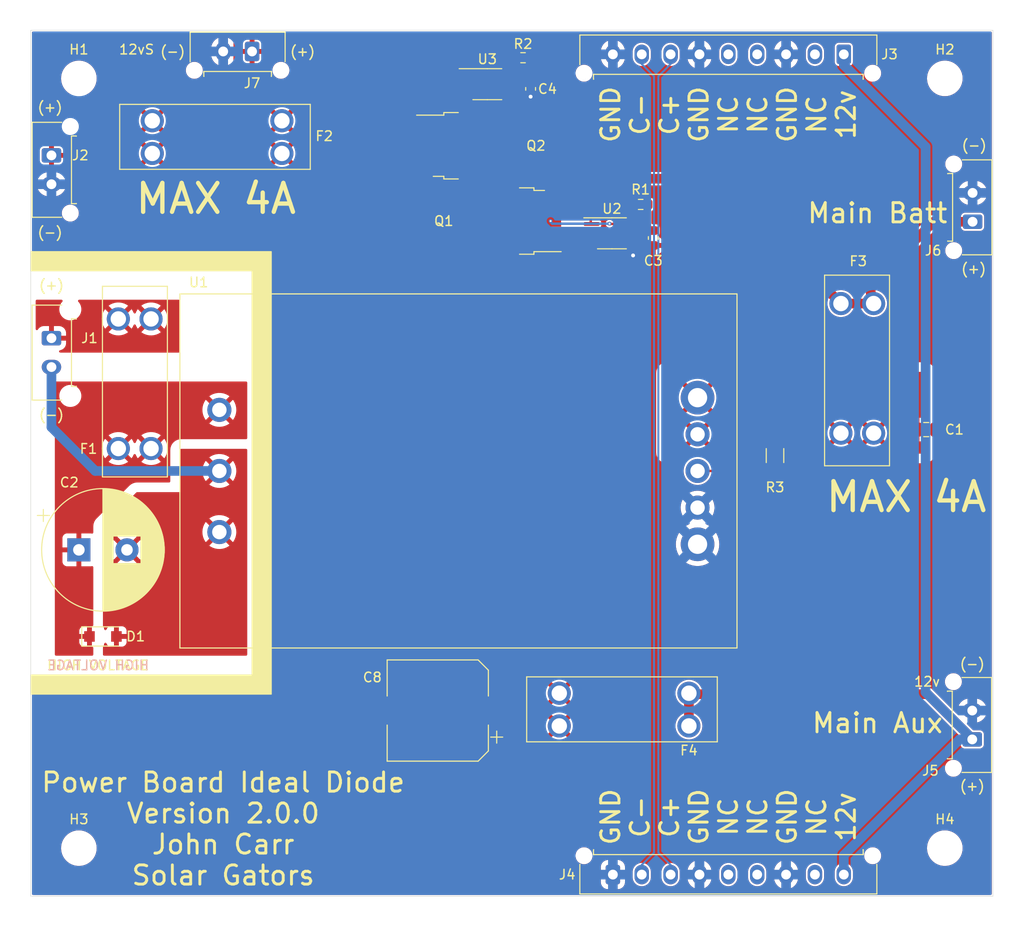
<source format=kicad_pcb>
(kicad_pcb (version 20211014) (generator pcbnew)
  (layers (0 "F.Cu" signal) (31 "B.Cu" signal) (34 "B.Paste" user) (35 "F.Paste" user) (36 "B.SilkS" user "B.Silkscreen") (37 "F.SilkS" user "F.Silkscreen") (38 "B.Mask" user) (39 "F.Mask" user) (44 "Edge.Cuts" user))
  (net 0 "")
  (net 1 "GND")
  (net 2 "/12vM")
  (net 3 "-BATT")
  (net 4 "Net-(C2-Pad1)")
  (net 5 "/12vS")
  (net 6 "+12V")
  (net 7 "+BATT")
  (net 8 "/SupBatt+")
  (net 9 "/CAN-")
  (net 10 "/CAN+")
  (net 11 "/Trm")
  (net 12 "Net-(Q1-Pad1)")
  (net 13 "Net-(Q2-Pad1)")
  (net 14 "/S+")
  (net 15 "Net-(C8-Pad1)")
  (net 16 "Net-(C3-Pad1)")
  (net 17 "Net-(C4-Pad1)")
  (footprint "Capacitor_SMD:C_0805_2012Metric" (layer "F.Cu") (at 153.0625 76.5)
    (fp_text reference "C1" (at 2.9375 0) (layer "F.SilkS"))
    (fp_text value "2.2uF")
    (pad "1" smd roundrect (at -0.95 0) (size 1 1.45) (layers "F.Cu" "F.Paste" "F.Mask") (net 14 "/S+"))
    (pad "2" smd roundrect (at 0.95 0) (size 1 1.45) (layers "F.Cu" "F.Paste" "F.Mask") (net 1 "GND"))
  )
  (footprint "Connector_Molex:Molex_Micro-Fit_3.0_43650-0915_1x09_P3.00mm_Vertical" (layer "F.Cu") (at 120.5 122.75)
    (fp_text reference "J4" (at -4.75 0) (layer "F.SilkS"))
    (fp_text value "Main Connection")
    (pad "" np_thru_hole circle (at 27 -1.96) (size 1.27 1.27) (drill 1.27) (layers *.Cu *.Mask))
    (pad "" np_thru_hole circle (at -3 -1.96) (size 1.27 1.27) (drill 1.27) (layers *.Cu *.Mask))
    (pad "1" thru_hole roundrect (at 0 0) (size 1.5 2.02) (drill 1.02) (layers *.Cu *.Mask) (roundrect_rratio 0.1666673333) (net 1 "GND"))
    (pad "2" thru_hole oval (at 3 0) (size 1.5 2.02) (drill 1.02) (layers *.Cu *.Mask) (net 9 "/CAN-"))
    (pad "3" thru_hole oval (at 6 0) (size 1.5 2.02) (drill 1.02) (layers *.Cu *.Mask) (net 10 "/CAN+"))
    (pad "4" thru_hole oval (at 9 0) (size 1.5 2.02) (drill 1.02) (layers *.Cu *.Mask) (net 1 "GND"))
    (pad "5" thru_hole oval (at 12 0) (size 1.5 2.02) (drill 1.02) (layers *.Cu *.Mask))
    (pad "6" thru_hole oval (at 15 0) (size 1.5 2.02) (drill 1.02) (layers *.Cu *.Mask))
    (pad "7" thru_hole oval (at 18 0) (size 1.5 2.02) (drill 1.02) (layers *.Cu *.Mask) (net 1 "GND"))
    (pad "8" thru_hole oval (at 21 0) (size 1.5 2.02) (drill 1.02) (layers *.Cu *.Mask))
    (pad "9" thru_hole oval (at 24 0) (size 1.5 2.02) (drill 1.02) (layers *.Cu *.Mask) (net 6 "+12V"))
  )
  (footprint "Connector_Molex:Molex_Micro-Fit_3.0_43650-0215_1x02_P3.00mm_Vertical" (layer "F.Cu") (at 157.85 108.7 90)
    (fp_text reference "J5" (at -3.25 -4.35 180) (layer "F.SilkS"))
    (fp_text value "12v")
    (pad "" np_thru_hole circle (at 6 -1.96 90) (size 1.27 1.27) (drill 1.27) (layers *.Cu *.Mask))
    (pad "" np_thru_hole circle (at -3 -1.96 90) (size 1.27 1.27) (drill 1.27) (layers *.Cu *.Mask))
    (pad "1" thru_hole roundrect (at 0 0 90) (size 1.5 2.02) (drill 1.02) (layers *.Cu *.Mask) (roundrect_rratio 0.1666673333) (net 6 "+12V"))
    (pad "2" thru_hole oval (at 3 0 90) (size 1.5 2.02) (drill 1.02) (layers *.Cu *.Mask) (net 1 "GND"))
  )
  (footprint "Connector_Molex:Molex_Micro-Fit_3.0_43650-0215_1x02_P3.00mm_Vertical" (layer "F.Cu") (at 157.885 54.9 90)
    (fp_text reference "J6" (at -3 -4.1 180) (layer "F.SilkS"))
    (fp_text value "12vM")
    (pad "" np_thru_hole circle (at -3 -1.96 90) (size 1.27 1.27) (drill 1.27) (layers *.Cu *.Mask))
    (pad "" np_thru_hole circle (at 6 -1.96 90) (size 1.27 1.27) (drill 1.27) (layers *.Cu *.Mask))
    (pad "1" thru_hole roundrect (at 0 0 90) (size 1.5 2.02) (drill 1.02) (layers *.Cu *.Mask) (roundrect_rratio 0.1666673333) (net 2 "/12vM"))
    (pad "2" thru_hole oval (at 3 0 90) (size 1.5 2.02) (drill 1.02) (layers *.Cu *.Mask) (net 1 "GND"))
  )
  (footprint "Connector_Molex:Molex_Micro-Fit_3.0_43650-0215_1x02_P3.00mm_Vertical" (layer "F.Cu") (at 83 37.2 180)
    (fp_text reference "J7" (at 0 -3.3) (layer "F.SilkS"))
    (fp_text value "12vS")
    (pad "" np_thru_hole circle (at 6 -1.96 180) (size 1.27 1.27) (drill 1.27) (layers *.Cu *.Mask))
    (pad "" np_thru_hole circle (at -3 -1.96 180) (size 1.27 1.27) (drill 1.27) (layers *.Cu *.Mask))
    (pad "1" thru_hole roundrect (at 0 0 180) (size 1.5 2.02) (drill 1.02) (layers *.Cu *.Mask) (roundrect_rratio 0.1666673333) (net 5 "/12vS"))
    (pad "2" thru_hole oval (at 3 0 180) (size 1.5 2.02) (drill 1.02) (layers *.Cu *.Mask) (net 1 "GND"))
  )
  (footprint "Package_TO_SOT_SMD:TO-252-3_TabPin4" (layer "F.Cu") (at 109.825 54.825 180)
    (fp_text reference "Q1" (at 6.9 0) (layer "F.SilkS"))
    (fp_text value "IRLR7843TRPBF")
    (pad "1" smd rect (at -4.2 -2.28 180) (size 2.2 1.2) (layers "F.Cu" "F.Paste" "F.Mask") (net 12 "Net-(Q1-Pad1)"))
    (pad "2" smd rect (at -4.2 0 180) (size 2.2 1.2) (layers "F.Cu" "F.Paste" "F.Mask") (net 15 "Net-(C8-Pad1)"))
    (pad "3" smd rect (at -4.2 2.28 180) (size 2.2 1.2) (layers "F.Cu" "F.Paste" "F.Mask") (net 2 "/12vM"))
    (pad "4" smd rect (at 2.1 0 180) (size 6.4 5.8) (layers "F.Cu" "F.Mask") (net 15 "Net-(C8-Pad1)"))
  )
  (footprint "Package_TO_SOT_SMD:TO-252-3_TabPin4" (layer "F.Cu") (at 105.4 47)
    (fp_text reference "Q2" (at 7.1 0) (layer "F.SilkS"))
    (fp_text value "IRLR7843TRPBF")
    (pad "1" smd rect (at -4.2 -2.28) (size 2.2 1.2) (layers "F.Cu" "F.Paste" "F.Mask") (net 13 "Net-(Q2-Pad1)"))
    (pad "2" smd rect (at -4.2 0) (size 2.2 1.2) (layers "F.Cu" "F.Paste" "F.Mask") (net 15 "Net-(C8-Pad1)"))
    (pad "3" smd rect (at -4.2 2.28) (size 2.2 1.2) (layers "F.Cu" "F.Paste" "F.Mask") (net 5 "/12vS"))
    (pad "4" smd rect (at 2.1 0) (size 6.4 5.8) (layers "F.Cu" "F.Mask") (net 15 "Net-(C8-Pad1)"))
  )
  (footprint "Connector_Molex:Molex_Micro-Fit_3.0_43650-0915_1x09_P3.00mm_Vertical" (layer "F.Cu") (at 144.5 37.5 180)
    (fp_text reference "J3" (at -4.75 0) (layer "F.SilkS"))
    (fp_text value "Main Connection")
    (pad "" np_thru_hole circle (at 27 -1.96 180) (size 1.27 1.27) (drill 1.27) (layers *.Cu *.Mask))
    (pad "" np_thru_hole circle (at -3 -1.96 180) (size 1.27 1.27) (drill 1.27) (layers *.Cu *.Mask))
    (pad "1" thru_hole roundrect (at 0 0 180) (size 1.5 2.02) (drill 1.02) (layers *.Cu *.Mask) (roundrect_rratio 0.1666673333) (net 6 "+12V"))
    (pad "2" thru_hole oval (at 3 0 180) (size 1.5 2.02) (drill 1.02) (layers *.Cu *.Mask))
    (pad "3" thru_hole oval (at 6 0 180) (size 1.5 2.02) (drill 1.02) (layers *.Cu *.Mask) (net 1 "GND"))
    (pad "4" thru_hole oval (at 9 0 180) (size 1.5 2.02) (drill 1.02) (layers *.Cu *.Mask))
    (pad "5" thru_hole oval (at 12 0 180) (size 1.5 2.02) (drill 1.02) (layers *.Cu *.Mask))
    (pad "6" thru_hole oval (at 15 0 180) (size 1.5 2.02) (drill 1.02) (layers *.Cu *.Mask) (net 1 "GND"))
    (pad "7" thru_hole oval (at 18 0 180) (size 1.5 2.02) (drill 1.02) (layers *.Cu *.Mask) (net 10 "/CAN+"))
    (pad "8" thru_hole oval (at 21 0 180) (size 1.5 2.02) (drill 1.02) (layers *.Cu *.Mask) (net 9 "/CAN-"))
    (pad "9" thru_hole oval (at 24 0 180) (size 1.5 2.02) (drill 1.02) (layers *.Cu *.Mask) (net 1 "GND"))
  )
  (footprint "Capacitor_SMD:CP_Elec_10x10" (layer "F.Cu") (at 102.3 105.7 180)
    (fp_text reference "C8" (at 6.8 3.45) (layer "F.SilkS"))
    (fp_text value "47u")
    (pad "1" smd roundrect (at -4 0 180) (size 4 2.5) (layers "F.Cu" "F.Paste" "F.Mask") (roundrect_rratio 0.1) (net 15 "Net-(C8-Pad1)"))
    (pad "2" smd roundrect (at 4 0 180) (size 4 2.5) (layers "F.Cu" "F.Paste" "F.Mask") (roundrect_rratio 0.1) (net 1 "GND"))
  )
  (footprint "JohnLib:CN100a110" (layer "F.Cu") (at 75.5 99.2)
    (fp_text reference "U1" (at 1.95 -38) (layer "F.SilkS"))
    (fp_text value "CN-A110")
    (pad "1" thru_hole circle locked (at 4.1 -24.75) (size 2.5 2.5) (drill 1.5) (layers *.Cu *.Mask) (net 4 "Net-(C2-Pad1)"))
    (pad "2" thru_hole circle locked (at 4.1 -18.4) (size 2.5 2.5) (drill 1.5) (layers *.Cu *.Mask) (net 3 "-BATT"))
    (pad "3" thru_hole circle locked (at 4.1 -12.05) (size 2.5 2.5) (drill 1.5) (layers *.Cu *.Mask) (net 3 "-BATT"))
    (pad "4" thru_hole circle locked (at 53.8 -26.02) (size 3.5 3.5) (drill 2) (layers *.Cu *.Mask) (net 14 "/S+"))
    (pad "5" thru_hole circle locked (at 53.8 -22.21) (size 2.5 2.5) (drill 1.5) (layers *.Cu *.Mask) (net 14 "/S+"))
    (pad "6" thru_hole circle locked (at 53.8 -18.4) (size 2.5 2.5) (drill 1.5) (layers *.Cu *.Mask) (net 11 "/Trm"))
    (pad "7" thru_hole circle locked (at 53.8 -14.59) (size 2.5 2.5) (drill 1.5) (layers *.Cu *.Mask) (net 1 "GND"))
    (pad "8" thru_hole circle locked (at 53.8 -10.78) (size 3.5 3.5) (drill 2) (layers *.Cu *.Mask) (net 1 "GND"))
  )
  (footprint "JohnLib:KeystoneFuseHolder3557-2" (layer "F.Cu") (at 86.1 44.4 180)
    (fp_text reference "F2" (at -4.4 -1.6) (layer "F.SilkS"))
    (fp_text value "Fuse")
    (pad "1" thru_hole circle locked (at 0 0 180) (size 2.4 2.4) (drill 1.6) (layers *.Cu *.Mask) (net 5 "/12vS"))
    (pad "1" thru_hole circle locked (at 0 -3.4 180) (size 2.4 2.4) (drill 1.6) (layers *.Cu *.Mask) (net 5 "/12vS"))
    (pad "2" thru_hole circle locked (at 13.47 -3.4 180) (size 2.4 2.4) (drill 1.6) (layers *.Cu *.Mask) (net 8 "/SupBatt+"))
    (pad "2" thru_hole circle locked (at 13.47 0 180) (size 2.4 2.4) (drill 1.6) (layers *.Cu *.Mask) (net 8 "/SupBatt+"))
  )
  (footprint "Connector_Molex:Molex_Micro-Fit_3.0_43650-0215_1x02_P3.00mm_Vertical" (layer "F.Cu") (at 62.15 48 -90)
    (fp_text reference "J2" (at 0 -3 180) (layer "F.SilkS"))
    (fp_text value "Supp bat")
    (pad "" np_thru_hole circle (at -3 -1.96 270) (size 1.27 1.27) (drill 1.27) (layers *.Cu *.Mask))
    (pad "" np_thru_hole circle (at 6 -1.96 270) (size 1.27 1.27) (drill 1.27) (layers *.Cu *.Mask))
    (pad "1" thru_hole roundrect (at 0 0 270) (size 1.5 2.02) (drill 1.02) (layers *.Cu *.Mask) (roundrect_rratio 0.1666673333) (net 8 "/SupBatt+"))
    (pad "2" thru_hole oval (at 3 0 270) (size 1.5 2.02) (drill 1.02) (layers *.Cu *.Mask) (net 1 "GND"))
  )
  (footprint "JohnLib:KeystoneFuseHolder3557-2" (layer "F.Cu") (at 72.5 78.47 90)
    (fp_text reference "F1" (at -0.03 -6.5 180) (layer "F.SilkS"))
    (fp_text value "Fuse")
    (pad "1" thru_hole circle locked (at 0 0 90) (size 2.4 2.4) (drill 1.6) (layers *.Cu *.Mask) (net 4 "Net-(C2-Pad1)"))
    (pad "1" thru_hole circle locked (at 0 -3.4 90) (size 2.4 2.4) (drill 1.6) (layers *.Cu *.Mask) (net 4 "Net-(C2-Pad1)"))
    (pad "2" thru_hole circle locked (at 13.47 0 90) (size 2.4 2.4) (drill 1.6) (layers *.Cu *.Mask) (net 7 "+BATT"))
    (pad "2" thru_hole circle locked (at 13.47 -3.4 90) (size 2.4 2.4) (drill 1.6) (layers *.Cu *.Mask) (net 7 "+BATT"))
  )
  (footprint "Connector_Molex:Molex_Micro-Fit_3.0_43650-0215_1x02_P3.00mm_Vertical" (layer "F.Cu") (at 62.15 67 -90)
    (fp_text reference "J1" (at 0 -3.95 180) (layer "F.SilkS"))
    (fp_text value "Main Pack")
    (pad "" np_thru_hole circle (at 6 -1.96 270) (size 1.27 1.27) (drill 1.27) (layers *.Cu *.Mask))
    (pad "" np_thru_hole circle (at -3 -1.96 270) (size 1.27 1.27) (drill 1.27) (layers *.Cu *.Mask))
    (pad "1" thru_hole roundrect (at 0 0 270) (size 1.5 2.02) (drill 1.02) (layers *.Cu *.Mask) (roundrect_rratio 0.1666673333) (net 7 "+BATT"))
    (pad "2" thru_hole oval (at 3 0 270) (size 1.5 2.02) (drill 1.02) (layers *.Cu *.Mask) (net 3 "-BATT"))
  )
  (footprint "Capacitor_THT:CP_Radial_D12.5mm_P5.00mm" (layer "F.Cu") (at 65 89)
    (fp_text reference "C2" (at -1 -7) (layer "F.SilkS"))
    (fp_text value "47u")
    (pad "1" thru_hole rect (at 0 0) (size 2.4 2.4) (drill 1.2) (layers *.Cu *.Mask) (net 4 "Net-(C2-Pad1)"))
    (pad "2" thru_hole circle (at 5 0) (size 2.4 2.4) (drill 1.2) (layers *.Cu *.Mask) (net 3 "-BATT"))
  )
  (footprint "Diode_SMD:D_SOD-123F" (layer "F.Cu") (at 67.5 98)
    (fp_text reference "D1" (at 3.4 0) (layer "F.SilkS"))
    (fp_text value "D")
    (pad "1" smd rect (at -1.4 0) (size 1.1 1.1) (layers "F.Cu" "F.Paste" "F.Mask") (net 4 "Net-(C2-Pad1)"))
    (pad "2" smd rect (at 1.4 0) (size 1.1 1.1) (layers "F.Cu" "F.Paste" "F.Mask") (net 3 "-BATT"))
  )
  (footprint "JohnLib:KeystoneFuseHolder3557-2" (layer "F.Cu") (at 128.4 103.9 180)
    (fp_text reference "F4" (at 0 -5.95) (layer "F.SilkS"))
    (fp_text value "Fuse")
    (pad "1" thru_hole circle locked (at 0 -3.4 180) (size 2.4 2.4) (drill 1.6) (layers *.Cu *.Mask) (net 6 "+12V"))
    (pad "1" thru_hole circle locked (at 0 0 180) (size 2.4 2.4) (drill 1.6) (layers *.Cu *.Mask) (net 6 "+12V"))
    (pad "2" thru_hole circle locked (at 13.47 0 180) (size 2.4 2.4) (drill 1.6) (layers *.Cu *.Mask) (net 15 "Net-(C8-Pad1)"))
    (pad "2" thru_hole circle locked (at 13.47 -3.4 180) (size 2.4 2.4) (drill 1.6) (layers *.Cu *.Mask) (net 15 "Net-(C8-Pad1)"))
  )
  (footprint "JohnLib:KeystoneFuseHolder3557-2" (layer "F.Cu") (at 144.2 63.4 -90)
    (fp_text reference "F3" (at -4.4 -1.8 180) (layer "F.SilkS"))
    (fp_text value "Fuse")
    (pad "1" thru_hole circle locked (at 0 -3.4 270) (size 2.4 2.4) (drill 1.6) (layers *.Cu *.Mask) (net 2 "/12vM"))
    (pad "1" thru_hole circle locked (at 0 0 270) (size 2.4 2.4) (drill 1.6) (layers *.Cu *.Mask) (net 2 "/12vM"))
    (pad "2" thru_hole circle locked (at 13.47 0 270) (size 2.4 2.4) (drill 1.6) (layers *.Cu *.Mask) (net 14 "/S+"))
    (pad "2" thru_hole circle locked (at 13.47 -3.4 270) (size 2.4 2.4) (drill 1.6) (layers *.Cu *.Mask) (net 14 "/S+"))
  )
  (footprint "MountingHole:MountingHole_3.2mm_M3" (layer "F.Cu") (at 65 40)
    (fp_text reference "H1" (at 0 -3) (layer "F.SilkS"))
    (fp_text value "MountingHole")
    (pad "" np_thru_hole circle (at 0 0) (size 3.2 3.2) (drill 3.2) (layers *.Cu *.Mask))
  )
  (footprint "MountingHole:MountingHole_3.2mm_M3" (layer "F.Cu") (at 155 40)
    (fp_text reference "H2" (at 0 -3) (layer "F.SilkS"))
    (fp_text value "MountingHole")
    (pad "" np_thru_hole circle (at 0 0) (size 3.2 3.2) (drill 3.2) (layers *.Cu *.Mask))
  )
  (footprint "MountingHole:MountingHole_3.2mm_M3" (layer "F.Cu") (at 65 120)
    (fp_text reference "H3" (at 0 -3) (layer "F.SilkS"))
    (fp_text value "MountingHole")
    (pad "" np_thru_hole circle (at 0 0) (size 3.2 3.2) (drill 3.2) (layers *.Cu *.Mask))
  )
  (footprint "MountingHole:MountingHole_3.2mm_M3" (layer "F.Cu") (at 155 120)
    (fp_text reference "H4" (at 0 -3) (layer "F.SilkS"))
    (fp_text value "MountingHole")
    (pad "" np_thru_hole circle (at 0 0) (size 3.2 3.2) (drill 3.2) (layers *.Cu *.Mask))
  )
  (footprint "Capacitor_SMD:C_0603_1608Metric" (layer "F.Cu") (at 111.95 41.0875 -90)
    (fp_text reference "C4" (at 0.0125 -1.75 180) (layer "F.SilkS"))
    (fp_text value "100nF")
    (pad "1" smd roundrect (at -0.775 0 270) (size 0.9 0.95) (layers "F.Cu" "F.Paste" "F.Mask") (net 17 "Net-(C4-Pad1)"))
    (pad "2" smd roundrect (at 0.775 0 270) (size 0.9 0.95) (layers "F.Cu" "F.Paste" "F.Mask") (net 1 "GND"))
  )
  (footprint "Resistor_SMD:R_0603_1608Metric" (layer "F.Cu") (at 123.3875 53.1)
    (fp_text reference "R1" (at 0 -1.55 180) (layer "F.SilkS"))
    (fp_text value "100")
    (pad "1" smd roundrect (at -0.825 0) (size 0.8 0.95) (layers "F.Cu" "F.Paste" "F.Mask") (net 15 "Net-(C8-Pad1)"))
    (pad "2" smd roundrect (at 0.825 0) (size 0.8 0.95) (layers "F.Cu" "F.Paste" "F.Mask") (net 16 "Net-(C3-Pad1)"))
  )
  (footprint "Resistor_SMD:R_0603_1608Metric" (layer "F.Cu") (at 111.1625 37.85)
    (fp_text reference "R2" (at 0 -1.43) (layer "F.SilkS"))
    (fp_text value "100")
    (pad "1" smd roundrect (at -0.825 0) (size 0.8 0.95) (layers "F.Cu" "F.Paste" "F.Mask") (net 15 "Net-(C8-Pad1)"))
    (pad "2" smd roundrect (at 0.825 0) (size 0.8 0.95) (layers "F.Cu" "F.Paste" "F.Mask") (net 17 "Net-(C4-Pad1)"))
  )
  (footprint "Package_SO:MSOP-8_3x3mm_P0.65mm" (layer "F.Cu") (at 120.4 56.1)
    (fp_text reference "U2" (at 0 -2.55 180) (layer "F.SilkS"))
    (fp_text value "LTC4357MS8")
    (pad "1" smd roundrect (at -2.1125 -0.975) (size 1.625 0.4) (layers "F.Cu" "F.Paste" "F.Mask") (net 2 "/12vM"))
    (pad "2" smd roundrect (at -2.1125 -0.325) (size 1.625 0.4) (layers "F.Cu" "F.Paste" "F.Mask"))
    (pad "3" smd roundrect (at -2.1125 0.325) (size 1.625 0.4) (layers "F.Cu" "F.Paste" "F.Mask"))
    (pad "4" smd roundrect (at -2.1125 0.975) (size 1.625 0.4) (layers "F.Cu" "F.Paste" "F.Mask") (net 12 "Net-(Q1-Pad1)"))
    (pad "5" smd roundrect (at 2.1125 0.975) (size 1.625 0.4) (layers "F.Cu" "F.Paste" "F.Mask") (net 1 "GND"))
    (pad "6" smd roundrect (at 2.1125 0.325) (size 1.625 0.4) (layers "F.Cu" "F.Paste" "F.Mask"))
    (pad "7" smd roundrect (at 2.1125 -0.325) (size 1.625 0.4) (layers "F.Cu" "F.Paste" "F.Mask") (net 16 "Net-(C3-Pad1)"))
    (pad "8" smd roundrect (at 2.1125 -0.975) (size 1.625 0.4) (layers "F.Cu" "F.Paste" "F.Mask") (net 15 "Net-(C8-Pad1)"))
  )
  (footprint "Package_SO:MSOP-8_3x3mm_P0.65mm" (layer "F.Cu") (at 107.45 40.6)
    (fp_text reference "U3" (at 0 -2.6) (layer "F.SilkS"))
    (fp_text value "LTC4357MS8")
    (pad "1" smd roundrect (at -2.1125 -0.975) (size 1.625 0.4) (layers "F.Cu" "F.Paste" "F.Mask") (net 5 "/12vS"))
    (pad "2" smd roundrect (at -2.1125 -0.325) (size 1.625 0.4) (layers "F.Cu" "F.Paste" "F.Mask"))
    (pad "3" smd roundrect (at -2.1125 0.325) (size 1.625 0.4) (layers "F.Cu" "F.Paste" "F.Mask"))
    (pad "4" smd roundrect (at -2.1125 0.975) (size 1.625 0.4) (layers "F.Cu" "F.Paste" "F.Mask") (net 13 "Net-(Q2-Pad1)"))
    (pad "5" smd roundrect (at 2.1125 0.975) (size 1.625 0.4) (layers "F.Cu" "F.Paste" "F.Mask") (net 1 "GND"))
    (pad "6" smd roundrect (at 2.1125 0.325) (size 1.625 0.4) (layers "F.Cu" "F.Paste" "F.Mask"))
    (pad "7" smd roundrect (at 2.1125 -0.325) (size 1.625 0.4) (layers "F.Cu" "F.Paste" "F.Mask") (net 17 "Net-(C4-Pad1)"))
    (pad "8" smd roundrect (at 2.1125 -0.975) (size 1.625 0.4) (layers "F.Cu" "F.Paste" "F.Mask") (net 15 "Net-(C8-Pad1)"))
  )
  (footprint "Capacitor_SMD:C_0603_1608Metric" (layer "F.Cu") (at 124.7 56.5875 -90)
    (fp_text reference "C3" (at 2.3625 0 -180) (layer "F.SilkS"))
    (fp_text value "100nF")
    (pad "1" smd roundrect (at -0.775 0 270) (size 0.9 0.95) (layers "F.Cu" "F.Paste" "F.Mask") (net 16 "Net-(C3-Pad1)"))
    (pad "2" smd roundrect (at 0.775 0 270) (size 0.9 0.95) (layers "F.Cu" "F.Paste" "F.Mask") (net 1 "GND"))
  )
  (footprint "Resistor_SMD:R_1206_3216Metric_Pad1.30x1.75mm_HandSolder" (layer "F.Cu") (at 137.35 79.2 -90)
    (fp_text reference "R3" (at 3.3 0 180) (layer "F.SilkS"))
    (fp_text value "100k")
    (pad "1" smd roundrect (at -1.55 0 270) (size 1.3 1.75) (layers "F.Cu" "F.Paste" "F.Mask") (roundrect_rratio 0.1923076923) (net 14 "/S+"))
    (pad "2" smd roundrect (at 1.55 0 270) (size 1.3 1.75) (layers "F.Cu" "F.Paste" "F.Mask") (roundrect_rratio 0.1923076923) (net 11 "/Trm"))
  )
  (gr_poly (pts (xy 60 58) (xy 85 58) (xy 85 104) (xy 60 104) (xy 60 102) (xy 83 102) (xy 83 60) (xy 60 60)) (layer "F.SilkS") (width 0.1) (fill solid))
  (gr_line (start 160 125) (end 60 125) (layer "Edge.Cuts") (width 0.05))
  (gr_line (start 60 125) (end 60 35) (layer "Edge.Cuts") (width 0.05))
  (gr_line (start 160 35) (end 160 125) (layer "Edge.Cuts") (width 0.05))
  (gr_line (start 60 35) (end 160 35) (layer "Edge.Cuts") (width 0.05))
  (gr_text "HIGH VOLTAGE" (at 67 101) (layer "B.SilkS") (effects (font (size 1 1)) (justify mirror)))
  (gr_text "GND\nC-\nC+\nGND\nNC\nNC\nGND\nNC\n12v" (at 132.5 43.75 90) (layer "F.SilkS") (effects (font (size 1.9 1.9) (thickness 0.3))))
  (gr_text "GND\nC-\nC+\nGND\nNC\nNC\nGND\nNC\n12v" (at 132.5 116.75 90) (layer "F.SilkS") (effects (font (size 1.9 1.9) (thickness 0.3))))
  (gr_text "(+)" (at 62.15 61.5) (layer "F.SilkS") (effects (font (size 1 1))))
  (gr_text "(-)" (at 157.85 100.85) (layer "F.SilkS") (effects (font (size 1 1))))
  (gr_text "(-)" (at 158.05 46.95) (layer "F.SilkS") (effects (font (size 1 1))))
  (gr_text "MAX 4A" (at 151 83.5) (layer "F.SilkS") (effects (font (size 3 3) (thickness 0.45))))
  (gr_text "Main Batt" (at 148 54) (layer "F.SilkS") (effects (font (size 2 2) (thickness 0.3))))
  (gr_text "(-)" (at 62.15 74.95) (layer "F.SilkS") (effects (font (size 1 1))))
  (gr_text "(+)" (at 88.25 37.2) (layer "F.SilkS") (effects (font (size 1 1))))
  (gr_text "(+)" (at 158 59.8) (layer "F.SilkS") (effects (font (size 1 1))))
  (gr_text "Main Aux" (at 148 107) (layer "F.SilkS") (effects (font (size 2 2) (thickness 0.3))))
  (gr_text "MAX 4A" (at 79.25 52.5) (layer "F.SilkS") (effects (font (size 3 3) (thickness 0.45))))
  (gr_text "(-)" (at 74.75 37.2) (layer "F.SilkS") (effects (font (size 1 1))))
  (gr_text "12vS" (at 71 37) (layer "F.SilkS") (effects (font (size 1 1))))
  (gr_text "12v" (at 153.15 102.7) (layer "F.SilkS") (effects (font (size 1 1))))
  (gr_text "(+)" (at 157.85 113.55) (layer "F.SilkS") (effects (font (size 1 1))))
  (gr_text "(-)" (at 62 56) (layer "F.SilkS") (effects (font (size 1 1))))
  (gr_text "HIGH VOLTAGE" (at 67 101) (layer "F.SilkS") (effects (font (size 1 1))))
  (gr_text "(+)" (at 62 43) (layer "F.SilkS") (effects (font (size 1 1))))
  (gr_text "Power Board Ideal Diode\nVersion 2.0.0\nJohn Carr\nSolar Gators" (at 80 118) (layer "F.SilkS") (effects (font (size 2 2) (thickness 0.3))))
  (via (at 111.95 41.9) (size 0.8) (drill 0.4) (layers "F.Cu" "B.Cu") (net 1))
  (via (at 122.6 58.4) (size 0.8) (drill 0.4) (layers "F.Cu" "B.Cu") (net 1))
  (segment (start 118.2 50.45096) (end 118.17452 50.42548) (width 0.25) (layer "F.Cu") (net 2))
  (segment (start 118.2 55.125) (end 118.2 50.45096) (width 0.25) (layer "F.Cu") (net 2))
  (segment (start 114.025 52.475) (end 116.07452 50.42548) (width 1) (layer "F.Cu") (net 2))
  (segment (start 147.3 61.434244) (end 153.834244 54.9) (width 1) (layer "F.Cu") (net 2))
  (segment (start 116.07452 50.42548) (end 118.17452 50.42548) (width 1) (layer "F.Cu") (net 2))
  (segment (start 118.17452 50.42548) (end 131.22548 50.42548) (width 1) (layer "F.Cu") (net 2))
  (segment (start 153.834244 54.9) (end 158 54.9) (width 1) (layer "F.Cu") (net 2))
  (segment (start 147.3 63.4) (end 143.9 63.4) (width 1) (layer "F.Cu") (net 2))
  (segment (start 131.22548 50.42548) (end 144.2 63.4) (width 1) (layer "F.Cu") (net 2))
  (segment (start 147.3 63.4) (end 147.3 61.434244) (width 1) (layer "F.Cu") (net 2))
  (segment (start 66.7 80.8) (end 62.15 76.25) (width 1) (layer "B.Cu") (net 3))
  (segment (start 79.6 80.8) (end 66.7 80.8) (width 1) (layer "B.Cu") (net 3))
  (segment (start 62.15 76.25) (end 62.15 70) (width 1) (layer "B.Cu") (net 3))
  (segment (start 98.85 48.15) (end 99.98 49.28) (width 0.25) (layer "F.Cu") (net 5))
  (segment (start 99.98 49.28) (end 101.2 49.28) (width 0.25) (layer "F.Cu") (net 5))
  (segment (start 105.25 39.625) (end 101.675 39.625) (width 0.25) (layer "F.Cu") (net 5))
  (segment (start 98.85 42.45) (end 98.85 48.15) (width 0.25) (layer "F.Cu") (net 5))
  (segment (start 101.675 39.625) (end 98.85 42.45) (width 0.25) (layer "F.Cu") (net 5))
  (segment (start 153.2 104) (end 157.9 108.7) (width 1) (layer "F.Cu") (net 6))
  (segment (start 128.4 107.4) (end 128.4 104) (width 1) (layer "F.Cu") (net 6))
  (segment (start 128.4 104) (end 153.2 104) (width 1) (layer "F.Cu") (net 6))
  (segment (start 153 103.8) (end 157.9 108.7) (width 1) (layer "B.Cu") (net 6))
  (segment (start 144.5 120.74) (end 156.54 108.7) (width 1) (layer "B.Cu") (net 6))
  (segment (start 144.5 37.5) (end 144.5 38.61) (width 1) (layer "B.Cu") (net 6))
  (segment (start 156.79 108.7) (end 157.9 108.7) (width 1) (layer "B.Cu") (net 6))
  (segment (start 153 47.11) (end 153 103.8) (width 1) (layer "B.Cu") (net 6))
  (segment (start 156.54 108.7) (end 156.79 108.7) (width 1) (layer "B.Cu") (net 6))
  (segment (start 144.5 38.61) (end 153 47.11) (width 1) (layer "B.Cu") (net 6))
  (segment (start 144.5 122.75) (end 144.5 120.74) (width 1) (layer "B.Cu") (net 6))
  (segment (start 124.775 39.785) (end 124.775 120.465) (width 0.2) (layer "B.Cu") (net 9))
  (segment (start 123.5 121.74) (end 123.5 122.75) (width 0.2) (layer "B.Cu") (net 9))
  (segment (start 124.775 120.465) (end 123.5 121.74) (width 0.2) (layer "B.Cu") (net 9))
  (segment (start 123.5 38.51) (end 124.775 39.785) (width 0.2) (layer "B.Cu") (net 9))
  (segment (start 123.5 37.5) (end 123.5 38.51) (width 0.2) (layer "B.Cu") (net 9))
  (segment (start 125.225 39.785) (end 125.225 120.465) (width 0.2) (layer "B.Cu") (net 10))
  (segment (start 126.5 38.51) (end 125.225 39.785) (width 0.2) (layer "B.Cu") (net 10))
  (segment (start 125.225 120.465) (end 126.5 121.74) (width 0.2) (layer "B.Cu") (net 10))
  (segment (start 126.5 37.5) (end 126.5 38.51) (width 0.2) (layer "B.Cu") (net 10))
  (segment (start 126.5 121.74) (end 126.5 122.75) (width 0.2) (layer "B.Cu") (net 10))
  (segment (start 129.3 80.8) (end 137.3 80.8) (width 0.25) (layer "F.Cu") (net 11))
  (segment (start 137.3 80.8) (end 137.35 80.75) (width 0.25) (layer "F.Cu") (net 11))
  (segment (start 114.025 57.105) (end 118.17 57.105) (width 0.25) (layer "F.Cu") (net 12))
  (segment (start 104.345 41.575) (end 101.2 44.72) (width 0.25) (layer "F.Cu") (net 13))
  (segment (start 105.25 41.575) (end 104.345 41.575) (width 0.25) (layer "F.Cu") (net 13))
  (segment (start 114.025 54.825) (end 107.725 54.825) (width 1) (layer "F.Cu") (net 15))
  (segment (start 109.65 39.625) (end 108.764998 39.625) (width 0.25) (layer "F.Cu") (net 15))
  (segment (start 109.65 38.575) (end 110.375 37.85) (width 0.25) (layer "F.Cu") (net 15))
  (segment (start 101.2 47) (end 107.5 47) (width 1) (layer "F.Cu") (net 15))
  (segment (start 108.764998 39.625) (end 107.5 40.889998) (width 0.25) (layer "F.Cu") (net 15))
  (segment (start 122.6 55.125) (end 122.6 53.1) (width 0.25) (layer "F.Cu") (net 15))
  (segment (start 122.6 55.125) (end 120.175 55.125) (width 0.25) (layer "F.Cu") (net 15))
  (segment (start 120.175 55.125) (end 120.15 55.1) (width 0.25) (layer "F.Cu") (net 15))
  (segment (start 107.5 40.889998) (end 107.5 47) (width 0.25) (layer "F.Cu") (net 15))
  (segment (start 109.65 39.625) (end 109.65 38.575) (width 0.25) (layer "F.Cu") (net 15))
  (via (at 120.15 55.1) (size 0.4) (drill 0.2) (layers "F.Cu" "B.Cu") (net 15))
  (via (at 114.025 54.825) (size 0.4) (drill 0.2) (layers "F.Cu" "B.Cu") (net 15))
  (segment (start 120.15 55.1) (end 114.2 55.1) (width 0.25) (layer "B.Cu") (net 15))
  (segment (start 114.025 54.925) (end 114.025 54.825) (width 0.25) (layer "B.Cu") (net 15))
  (segment (start 114.2 55.1) (end 114.025 54.925) (width 0.25) (layer "B.Cu") (net 15))
  (segment (start 124.7 55.8) (end 124.175 55.275) (width 0.25) (layer "F.Cu") (net 16))
  (segment (start 124.175 53.1) (end 124.175 55.275) (width 0.25) (layer "F.Cu") (net 16))
  (segment (start 122.6 55.775) (end 124.675 55.775) (width 0.25) (layer "F.Cu") (net 16))
  (segment (start 109.65 40.275) (end 111.925 40.275) (width 0.25) (layer "F.Cu") (net 17))
  (segment (start 111.95 40.3) (end 111.95 37.85) (width 0.25) (layer "F.Cu") (net 17))
  (zone (net 14) (net_name "/S+") (layer "F.Cu") (priority 1) (connect_pads (clearance 1)) (min_thickness 0.254) (fill yes (thermal_gap 0.508) (thermal_bridge_width 0.508))
    (polygon (pts (xy 126 79) (xy 126 70.5) (xy 153 70.5) (xy 153 79)))
  )
  (zone (net 3) (net_name "-BATT") (layer "F.Cu") (priority 1) (connect_pads (clearance 1)) (min_thickness 0.254) (fill yes (thermal_gap 0.508) (thermal_bridge_width 0.508))
    (polygon (pts (xy 67.5 100) (xy 67.5 86.5) (xy 71 83) (xy 75.5 83) (xy 75.5 78.5) (xy 82.5 78.5) (xy 82.5 100)))
  )
  (zone (net 4) (net_name "Net-(C2-Pad1)") (layer "F.Cu") (connect_pads (clearance 0.508)) (min_thickness 0.254) (fill yes (thermal_gap 0.508) (thermal_bridge_width 0.508))
    (polygon (pts (xy 82.5 71.5) (xy 62.5 71.5) (xy 62.5 84.5) (xy 62.5 100) (xy 67.5 100) (xy 67.5 86.5) (xy 71 83) (xy 75.5 83) (xy 75.5 80) (xy 75.5 78.5) (xy 82.5 78.5)))
  )
  (zone (net 7) (net_name "+BATT") (layer "F.Cu") (connect_pads (clearance 0.508)) (min_thickness 0.254) (fill yes (thermal_gap 0.508) (thermal_bridge_width 0.508))
    (polygon (pts (xy 60 63) (xy 75.5 63) (xy 75.5 68.5) (xy 60 68.5)))
  )
  (zone (net 1) (net_name "GND") (layer "F.Cu") (connect_pads (clearance 0.127)) (min_thickness 0.254) (fill yes (thermal_gap 0.508) (thermal_bridge_width 0.508))
    (polygon (pts (xy 60 125) (xy 60 104) (xy 85 104) (xy 85 58) (xy 60 58) (xy 60 35) (xy 160 35) (xy 160 125)))
  )
  (zone (net 15) (net_name "Net-(C8-Pad1)") (layer "F.Cu") (priority 1) (connect_pads (clearance 0.127)) (min_thickness 0.254) (fill yes (thermal_gap 0.508) (thermal_bridge_width 0.508))
    (polygon (pts (xy 103.3 43.5) (xy 112.3 43.5) (xy 112.3 100.4) (xy 121 100.4) (xy 121 111) (xy 103.3 111)))
  )
  (zone (net 5) (net_name "/12vS") (layer "F.Cu") (priority 1) (connect_pads (clearance 0.127)) (min_thickness 0.254) (fill yes (thermal_gap 0.508) (thermal_bridge_width 0.508))
    (polygon (pts (xy 103.1 46) (xy 103.1 40.7) (xy 92.1 40.7) (xy 92.125 35) (xy 81.075 35) (xy 81 51.3) (xy 99.7 51.3) (xy 99.7 46)))
  )
  (zone (net 8) (net_name "/SupBatt+") (layer "F.Cu") (priority 1) (connect_pads (clearance 0.508)) (min_thickness 0.254) (fill yes (thermal_gap 0.508) (thermal_bridge_width 0.508))
    (polygon (pts (xy 60 49.8) (xy 76 49.85) (xy 76 42.425) (xy 60 42.375)))
  )
  (zone (net 0) (net_name "") (layer "F.Cu") (connect_pads (clearance 0)) (min_thickness 0.254)
    (keepout (tracks not_allowed) (vias not_allowed) (pads allowed) (copperpour not_allowed) (footprints allowed))
    (fill (thermal_gap 0.508) (thermal_bridge_width 0.508))
    (polygon (pts (xy 76 42.4) (xy 81 42.4) (xy 81 50) (xy 76 50)))
  )
  (zone (net 0) (net_name "") (layer "F.Cu") (connect_pads (clearance 0)) (min_thickness 0.254)
    (keepout (tracks allowed) (vias allowed) (pads allowed) (copperpour not_allowed) (footprints allowed))
    (fill (thermal_gap 0.508) (thermal_bridge_width 0.508))
    (polygon (pts (xy 139.05 82.15) (xy 135.65 82.15) (xy 135.65 79.75) (xy 139.05 79.75)))
  )
  (zone (net 0) (net_name "") (layers F&B.Cu) (connect_pads (clearance 0)) (min_thickness 0.254)
    (keepout (tracks not_allowed) (vias not_allowed) (pads allowed) (copperpour not_allowed) (footprints allowed))
    (fill (thermal_gap 0.508) (thermal_bridge_width 0.508))
    (polygon (pts (xy 60 60) (xy 83 60) (xy 83 102) (xy 60 102) (xy 60 104) (xy 85 104) (xy 85 58) (xy 60 58)))
  )
  (zone (net 1) (net_name "GND") (layer "B.Cu") (connect_pads (clearance 0.127)) (min_thickness 0.254) (fill yes (thermal_gap 0.508) (thermal_bridge_width 1))
    (polygon (pts (xy 60 35) (xy 160 35) (xy 160 125) (xy 60 125)))
  )
)
</source>
